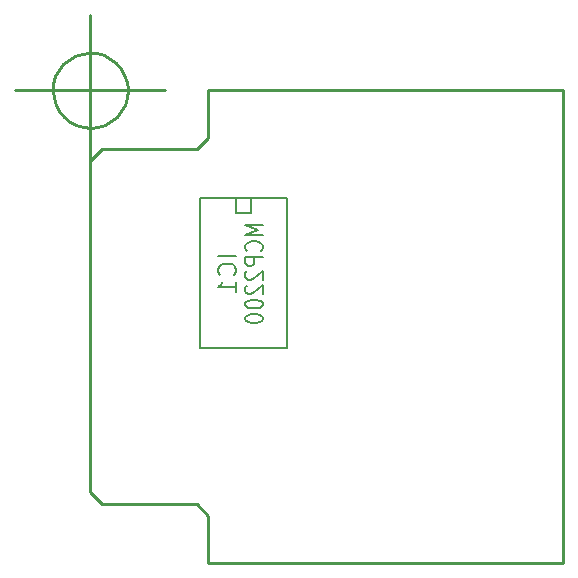
<source format=gbo>
G04 (created by PCBNEW-RS274X (2011-nov-30)-testing) date Sun 23 Sep 2012 15:57:18 CEST*
%MOIN*%
G04 Gerber Fmt 3.4, Leading zero omitted, Abs format*
%FSLAX34Y34*%
G01*
G70*
G90*
G04 APERTURE LIST*
%ADD10C,0.006*%
%ADD11C,0.01*%
%ADD12C,0.005*%
G04 APERTURE END LIST*
G54D10*
G54D11*
X5974Y-4724D02*
X5950Y-4966D01*
X5879Y-5200D01*
X5765Y-5415D01*
X5610Y-5604D01*
X5422Y-5760D01*
X5208Y-5876D01*
X4975Y-5948D01*
X4732Y-5973D01*
X4490Y-5951D01*
X4256Y-5882D01*
X4040Y-5769D01*
X3850Y-5617D01*
X3693Y-5430D01*
X3576Y-5216D01*
X3502Y-4983D01*
X3475Y-4741D01*
X3495Y-4499D01*
X3562Y-4264D01*
X3674Y-4047D01*
X3825Y-3856D01*
X4011Y-3698D01*
X4224Y-3579D01*
X4456Y-3504D01*
X4698Y-3475D01*
X4941Y-3493D01*
X5176Y-3559D01*
X5393Y-3669D01*
X5586Y-3819D01*
X5745Y-4004D01*
X5865Y-4216D01*
X5942Y-4448D01*
X5973Y-4690D01*
X5974Y-4724D01*
X2224Y-4724D02*
X7224Y-4724D01*
X4724Y-2224D02*
X4724Y-7224D01*
X5974Y-4724D02*
X5950Y-4966D01*
X5879Y-5200D01*
X5765Y-5415D01*
X5610Y-5604D01*
X5422Y-5760D01*
X5208Y-5876D01*
X4975Y-5948D01*
X4732Y-5973D01*
X4490Y-5951D01*
X4256Y-5882D01*
X4040Y-5769D01*
X3850Y-5617D01*
X3693Y-5430D01*
X3576Y-5216D01*
X3502Y-4983D01*
X3475Y-4741D01*
X3495Y-4499D01*
X3562Y-4264D01*
X3674Y-4047D01*
X3825Y-3856D01*
X4011Y-3698D01*
X4224Y-3579D01*
X4456Y-3504D01*
X4698Y-3475D01*
X4941Y-3493D01*
X5176Y-3559D01*
X5393Y-3669D01*
X5586Y-3819D01*
X5745Y-4004D01*
X5865Y-4216D01*
X5942Y-4448D01*
X5973Y-4690D01*
X5974Y-4724D01*
X2224Y-4724D02*
X7224Y-4724D01*
X4724Y-2224D02*
X4724Y-7224D01*
X4724Y-18111D02*
X4724Y-7087D01*
X5118Y-18505D02*
X4724Y-18111D01*
X8268Y-18505D02*
X5118Y-18505D01*
X8661Y-18898D02*
X8268Y-18505D01*
X8661Y-20472D02*
X8661Y-18898D01*
X20472Y-20472D02*
X8661Y-20472D01*
X20472Y-4724D02*
X20472Y-20472D01*
X8661Y-4724D02*
X20472Y-4724D01*
X8661Y-6300D02*
X8661Y-4724D01*
X8268Y-6693D02*
X8661Y-6300D01*
X5118Y-6693D02*
X8268Y-6693D01*
X4724Y-7087D02*
X5118Y-6693D01*
G54D12*
X11293Y-13327D02*
X8393Y-13327D01*
X8393Y-8327D02*
X11293Y-8327D01*
X11293Y-13327D02*
X11293Y-8327D01*
X8393Y-8327D02*
X8393Y-13327D01*
X9593Y-8327D02*
X9593Y-8827D01*
X9593Y-8827D02*
X10093Y-8827D01*
X10093Y-8827D02*
X10093Y-8327D01*
X9586Y-10242D02*
X8986Y-10242D01*
X9529Y-10871D02*
X9557Y-10842D01*
X9586Y-10756D01*
X9586Y-10699D01*
X9557Y-10614D01*
X9500Y-10556D01*
X9443Y-10528D01*
X9329Y-10499D01*
X9243Y-10499D01*
X9129Y-10528D01*
X9072Y-10556D01*
X9014Y-10614D01*
X8986Y-10699D01*
X8986Y-10756D01*
X9014Y-10842D01*
X9043Y-10871D01*
X9586Y-11442D02*
X9586Y-11099D01*
X9586Y-11271D02*
X8986Y-11271D01*
X9072Y-11214D01*
X9129Y-11156D01*
X9157Y-11099D01*
X10480Y-9209D02*
X9880Y-9209D01*
X10308Y-9376D01*
X9880Y-9542D01*
X10480Y-9542D01*
X10423Y-10066D02*
X10451Y-10042D01*
X10480Y-9971D01*
X10480Y-9923D01*
X10451Y-9851D01*
X10394Y-9804D01*
X10337Y-9780D01*
X10223Y-9756D01*
X10137Y-9756D01*
X10023Y-9780D01*
X9966Y-9804D01*
X9908Y-9851D01*
X9880Y-9923D01*
X9880Y-9971D01*
X9908Y-10042D01*
X9937Y-10066D01*
X10480Y-10280D02*
X9880Y-10280D01*
X9880Y-10471D01*
X9908Y-10518D01*
X9937Y-10542D01*
X9994Y-10566D01*
X10080Y-10566D01*
X10137Y-10542D01*
X10166Y-10518D01*
X10194Y-10471D01*
X10194Y-10280D01*
X9937Y-10756D02*
X9908Y-10780D01*
X9880Y-10828D01*
X9880Y-10947D01*
X9908Y-10994D01*
X9937Y-11018D01*
X9994Y-11042D01*
X10051Y-11042D01*
X10137Y-11018D01*
X10480Y-10732D01*
X10480Y-11042D01*
X9937Y-11232D02*
X9908Y-11256D01*
X9880Y-11304D01*
X9880Y-11423D01*
X9908Y-11470D01*
X9937Y-11494D01*
X9994Y-11518D01*
X10051Y-11518D01*
X10137Y-11494D01*
X10480Y-11208D01*
X10480Y-11518D01*
X9880Y-11827D02*
X9880Y-11875D01*
X9908Y-11923D01*
X9937Y-11946D01*
X9994Y-11970D01*
X10108Y-11994D01*
X10251Y-11994D01*
X10366Y-11970D01*
X10423Y-11946D01*
X10451Y-11923D01*
X10480Y-11875D01*
X10480Y-11827D01*
X10451Y-11780D01*
X10423Y-11756D01*
X10366Y-11732D01*
X10251Y-11708D01*
X10108Y-11708D01*
X9994Y-11732D01*
X9937Y-11756D01*
X9908Y-11780D01*
X9880Y-11827D01*
X9880Y-12303D02*
X9880Y-12351D01*
X9908Y-12399D01*
X9937Y-12422D01*
X9994Y-12446D01*
X10108Y-12470D01*
X10251Y-12470D01*
X10366Y-12446D01*
X10423Y-12422D01*
X10451Y-12399D01*
X10480Y-12351D01*
X10480Y-12303D01*
X10451Y-12256D01*
X10423Y-12232D01*
X10366Y-12208D01*
X10251Y-12184D01*
X10108Y-12184D01*
X9994Y-12208D01*
X9937Y-12232D01*
X9908Y-12256D01*
X9880Y-12303D01*
M02*

</source>
